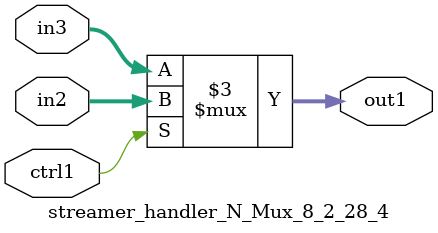
<source format=v>

`timescale 1ps / 1ps


module streamer_handler_N_Mux_8_2_28_4( in3, in2, ctrl1, out1 );

    input [7:0] in3;
    input [7:0] in2;
    input ctrl1;
    output [7:0] out1;
    reg [7:0] out1;

    
    // rtl_process:streamer_handler_N_Mux_8_2_28_4/streamer_handler_N_Mux_8_2_28_4_thread_1
    always @*
      begin : streamer_handler_N_Mux_8_2_28_4_thread_1
        case (ctrl1) 
          1'b1: 
            begin
              out1 = in2;
            end
          default: 
            begin
              out1 = in3;
            end
        endcase
      end

endmodule



</source>
